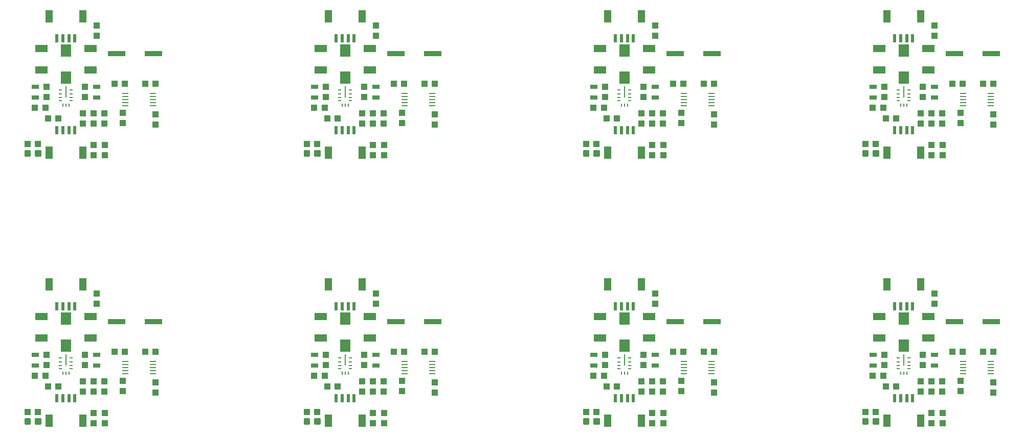
<source format=gtp>
G04 EAGLE Gerber RS-274X export*
G75*
%MOMM*%
%FSLAX34Y34*%
%LPD*%
%INSolderpaste Top*%
%IPPOS*%
%AMOC8*
5,1,8,0,0,1.08239X$1,22.5*%
G01*
%ADD10R,1.200000X2.000000*%
%ADD11R,0.600000X1.350000*%
%ADD12R,1.100000X0.250000*%
%ADD13R,1.100000X1.000000*%
%ADD14R,1.000000X1.100000*%
%ADD15C,0.300000*%
%ADD16R,1.800000X2.000000*%
%ADD17R,0.600000X0.250000*%
%ADD18R,0.250000X0.600000*%
%ADD19R,0.250000X1.824000*%
%ADD20R,2.060000X1.270000*%
%ADD21R,1.200000X0.800000*%
%ADD22R,2.900000X0.900000*%


D10*
X99000Y-49450D03*
X155000Y-49450D03*
D11*
X112000Y-12700D03*
X122000Y-12700D03*
X132000Y-12700D03*
X142000Y-12700D03*
D12*
X225060Y33275D03*
X225060Y38275D03*
X225060Y43275D03*
X225060Y48275D03*
X225060Y28225D03*
X271310Y33275D03*
X271310Y38275D03*
X271310Y43275D03*
X271310Y48275D03*
X271310Y28225D03*
D10*
X155000Y176450D03*
X99000Y176450D03*
D11*
X142000Y139700D03*
X132000Y139700D03*
X122000Y139700D03*
X112000Y139700D03*
D13*
X224400Y64770D03*
X207400Y64770D03*
X258200Y64770D03*
X275200Y64770D03*
D14*
X172720Y-36585D03*
X172720Y-53585D03*
X191770Y-36585D03*
X191770Y-53585D03*
X221615Y16120D03*
X221615Y-880D03*
X275590Y13580D03*
X275590Y-3420D03*
D13*
X80890Y-35560D03*
X63890Y-35560D03*
D15*
X77660Y-47300D02*
X77660Y-54300D01*
X77660Y-47300D02*
X84660Y-47300D01*
X84660Y-54300D01*
X77660Y-54300D01*
X77660Y-51450D02*
X84660Y-51450D01*
X84660Y-48600D02*
X77660Y-48600D01*
X60120Y-47300D02*
X60120Y-54300D01*
X60120Y-47300D02*
X67120Y-47300D01*
X67120Y-54300D01*
X60120Y-54300D01*
X60120Y-51450D02*
X67120Y-51450D01*
X67120Y-48600D02*
X60120Y-48600D01*
D16*
X127000Y74655D03*
X127000Y119655D03*
D13*
X92955Y24765D03*
X75955Y24765D03*
D17*
X118000Y54430D03*
X136000Y54430D03*
X136000Y47930D03*
X118000Y47930D03*
X118000Y41430D03*
X118000Y36430D03*
X136000Y41430D03*
X136000Y36430D03*
D18*
X132000Y29180D03*
X127000Y29180D03*
X122000Y29180D03*
D19*
X127000Y51060D03*
D20*
X167640Y122960D03*
X167640Y87860D03*
X86360Y122960D03*
X86360Y87860D03*
D14*
X177800Y143900D03*
X177800Y160900D03*
X154940Y15485D03*
X154940Y-1515D03*
X173355Y-1515D03*
X173355Y15485D03*
X190500Y15485D03*
X190500Y-1515D03*
D13*
X114545Y6985D03*
X97545Y6985D03*
D21*
X177800Y41800D03*
X177800Y59800D03*
X76200Y41800D03*
X76200Y59800D03*
D14*
X158750Y42300D03*
X158750Y59300D03*
X95250Y42300D03*
X95250Y59300D03*
D22*
X210780Y114300D03*
X271780Y114300D03*
D10*
X561280Y-49450D03*
X617280Y-49450D03*
D11*
X574280Y-12700D03*
X584280Y-12700D03*
X594280Y-12700D03*
X604280Y-12700D03*
D12*
X687340Y33275D03*
X687340Y38275D03*
X687340Y43275D03*
X687340Y48275D03*
X687340Y28225D03*
X733590Y33275D03*
X733590Y38275D03*
X733590Y43275D03*
X733590Y48275D03*
X733590Y28225D03*
D10*
X617280Y176450D03*
X561280Y176450D03*
D11*
X604280Y139700D03*
X594280Y139700D03*
X584280Y139700D03*
X574280Y139700D03*
D13*
X686680Y64770D03*
X669680Y64770D03*
X720480Y64770D03*
X737480Y64770D03*
D14*
X635000Y-36585D03*
X635000Y-53585D03*
X654050Y-36585D03*
X654050Y-53585D03*
X683895Y16120D03*
X683895Y-880D03*
X737870Y13580D03*
X737870Y-3420D03*
D13*
X543170Y-35560D03*
X526170Y-35560D03*
D15*
X539940Y-47300D02*
X539940Y-54300D01*
X539940Y-47300D02*
X546940Y-47300D01*
X546940Y-54300D01*
X539940Y-54300D01*
X539940Y-51450D02*
X546940Y-51450D01*
X546940Y-48600D02*
X539940Y-48600D01*
X522400Y-47300D02*
X522400Y-54300D01*
X522400Y-47300D02*
X529400Y-47300D01*
X529400Y-54300D01*
X522400Y-54300D01*
X522400Y-51450D02*
X529400Y-51450D01*
X529400Y-48600D02*
X522400Y-48600D01*
D16*
X589280Y74655D03*
X589280Y119655D03*
D13*
X555235Y24765D03*
X538235Y24765D03*
D17*
X580280Y54430D03*
X598280Y54430D03*
X598280Y47930D03*
X580280Y47930D03*
X580280Y41430D03*
X580280Y36430D03*
X598280Y41430D03*
X598280Y36430D03*
D18*
X594280Y29180D03*
X589280Y29180D03*
X584280Y29180D03*
D19*
X589280Y51060D03*
D20*
X629920Y122960D03*
X629920Y87860D03*
X548640Y122960D03*
X548640Y87860D03*
D14*
X640080Y143900D03*
X640080Y160900D03*
X617220Y15485D03*
X617220Y-1515D03*
X635635Y-1515D03*
X635635Y15485D03*
X652780Y15485D03*
X652780Y-1515D03*
D13*
X576825Y6985D03*
X559825Y6985D03*
D21*
X640080Y41800D03*
X640080Y59800D03*
X538480Y41800D03*
X538480Y59800D03*
D14*
X621030Y42300D03*
X621030Y59300D03*
X557530Y42300D03*
X557530Y59300D03*
D22*
X673060Y114300D03*
X734060Y114300D03*
D10*
X1023560Y-49450D03*
X1079560Y-49450D03*
D11*
X1036560Y-12700D03*
X1046560Y-12700D03*
X1056560Y-12700D03*
X1066560Y-12700D03*
D12*
X1149620Y33275D03*
X1149620Y38275D03*
X1149620Y43275D03*
X1149620Y48275D03*
X1149620Y28225D03*
X1195870Y33275D03*
X1195870Y38275D03*
X1195870Y43275D03*
X1195870Y48275D03*
X1195870Y28225D03*
D10*
X1079560Y176450D03*
X1023560Y176450D03*
D11*
X1066560Y139700D03*
X1056560Y139700D03*
X1046560Y139700D03*
X1036560Y139700D03*
D13*
X1148960Y64770D03*
X1131960Y64770D03*
X1182760Y64770D03*
X1199760Y64770D03*
D14*
X1097280Y-36585D03*
X1097280Y-53585D03*
X1116330Y-36585D03*
X1116330Y-53585D03*
X1146175Y16120D03*
X1146175Y-880D03*
X1200150Y13580D03*
X1200150Y-3420D03*
D13*
X1005450Y-35560D03*
X988450Y-35560D03*
D15*
X1002220Y-47300D02*
X1002220Y-54300D01*
X1002220Y-47300D02*
X1009220Y-47300D01*
X1009220Y-54300D01*
X1002220Y-54300D01*
X1002220Y-51450D02*
X1009220Y-51450D01*
X1009220Y-48600D02*
X1002220Y-48600D01*
X984680Y-47300D02*
X984680Y-54300D01*
X984680Y-47300D02*
X991680Y-47300D01*
X991680Y-54300D01*
X984680Y-54300D01*
X984680Y-51450D02*
X991680Y-51450D01*
X991680Y-48600D02*
X984680Y-48600D01*
D16*
X1051560Y74655D03*
X1051560Y119655D03*
D13*
X1017515Y24765D03*
X1000515Y24765D03*
D17*
X1042560Y54430D03*
X1060560Y54430D03*
X1060560Y47930D03*
X1042560Y47930D03*
X1042560Y41430D03*
X1042560Y36430D03*
X1060560Y41430D03*
X1060560Y36430D03*
D18*
X1056560Y29180D03*
X1051560Y29180D03*
X1046560Y29180D03*
D19*
X1051560Y51060D03*
D20*
X1092200Y122960D03*
X1092200Y87860D03*
X1010920Y122960D03*
X1010920Y87860D03*
D14*
X1102360Y143900D03*
X1102360Y160900D03*
X1079500Y15485D03*
X1079500Y-1515D03*
X1097915Y-1515D03*
X1097915Y15485D03*
X1115060Y15485D03*
X1115060Y-1515D03*
D13*
X1039105Y6985D03*
X1022105Y6985D03*
D21*
X1102360Y41800D03*
X1102360Y59800D03*
X1000760Y41800D03*
X1000760Y59800D03*
D14*
X1083310Y42300D03*
X1083310Y59300D03*
X1019810Y42300D03*
X1019810Y59300D03*
D22*
X1135340Y114300D03*
X1196340Y114300D03*
D10*
X1485840Y-49450D03*
X1541840Y-49450D03*
D11*
X1498840Y-12700D03*
X1508840Y-12700D03*
X1518840Y-12700D03*
X1528840Y-12700D03*
D12*
X1611900Y33275D03*
X1611900Y38275D03*
X1611900Y43275D03*
X1611900Y48275D03*
X1611900Y28225D03*
X1658150Y33275D03*
X1658150Y38275D03*
X1658150Y43275D03*
X1658150Y48275D03*
X1658150Y28225D03*
D10*
X1541840Y176450D03*
X1485840Y176450D03*
D11*
X1528840Y139700D03*
X1518840Y139700D03*
X1508840Y139700D03*
X1498840Y139700D03*
D13*
X1611240Y64770D03*
X1594240Y64770D03*
X1645040Y64770D03*
X1662040Y64770D03*
D14*
X1559560Y-36585D03*
X1559560Y-53585D03*
X1578610Y-36585D03*
X1578610Y-53585D03*
X1608455Y16120D03*
X1608455Y-880D03*
X1662430Y13580D03*
X1662430Y-3420D03*
D13*
X1467730Y-35560D03*
X1450730Y-35560D03*
D15*
X1464500Y-47300D02*
X1464500Y-54300D01*
X1464500Y-47300D02*
X1471500Y-47300D01*
X1471500Y-54300D01*
X1464500Y-54300D01*
X1464500Y-51450D02*
X1471500Y-51450D01*
X1471500Y-48600D02*
X1464500Y-48600D01*
X1446960Y-47300D02*
X1446960Y-54300D01*
X1446960Y-47300D02*
X1453960Y-47300D01*
X1453960Y-54300D01*
X1446960Y-54300D01*
X1446960Y-51450D02*
X1453960Y-51450D01*
X1453960Y-48600D02*
X1446960Y-48600D01*
D16*
X1513840Y74655D03*
X1513840Y119655D03*
D13*
X1479795Y24765D03*
X1462795Y24765D03*
D17*
X1504840Y54430D03*
X1522840Y54430D03*
X1522840Y47930D03*
X1504840Y47930D03*
X1504840Y41430D03*
X1504840Y36430D03*
X1522840Y41430D03*
X1522840Y36430D03*
D18*
X1518840Y29180D03*
X1513840Y29180D03*
X1508840Y29180D03*
D19*
X1513840Y51060D03*
D20*
X1554480Y122960D03*
X1554480Y87860D03*
X1473200Y122960D03*
X1473200Y87860D03*
D14*
X1564640Y143900D03*
X1564640Y160900D03*
X1541780Y15485D03*
X1541780Y-1515D03*
X1560195Y-1515D03*
X1560195Y15485D03*
X1577340Y15485D03*
X1577340Y-1515D03*
D13*
X1501385Y6985D03*
X1484385Y6985D03*
D21*
X1564640Y41800D03*
X1564640Y59800D03*
X1463040Y41800D03*
X1463040Y59800D03*
D14*
X1545590Y42300D03*
X1545590Y59300D03*
X1482090Y42300D03*
X1482090Y59300D03*
D22*
X1597620Y114300D03*
X1658620Y114300D03*
D10*
X99000Y395050D03*
X155000Y395050D03*
D11*
X112000Y431800D03*
X122000Y431800D03*
X132000Y431800D03*
X142000Y431800D03*
D12*
X225060Y477775D03*
X225060Y482775D03*
X225060Y487775D03*
X225060Y492775D03*
X225060Y472725D03*
X271310Y477775D03*
X271310Y482775D03*
X271310Y487775D03*
X271310Y492775D03*
X271310Y472725D03*
D10*
X155000Y620950D03*
X99000Y620950D03*
D11*
X142000Y584200D03*
X132000Y584200D03*
X122000Y584200D03*
X112000Y584200D03*
D13*
X224400Y509270D03*
X207400Y509270D03*
X258200Y509270D03*
X275200Y509270D03*
D14*
X172720Y407915D03*
X172720Y390915D03*
X191770Y407915D03*
X191770Y390915D03*
X221615Y460620D03*
X221615Y443620D03*
X275590Y458080D03*
X275590Y441080D03*
D13*
X80890Y408940D03*
X63890Y408940D03*
D15*
X77660Y397200D02*
X77660Y390200D01*
X77660Y397200D02*
X84660Y397200D01*
X84660Y390200D01*
X77660Y390200D01*
X77660Y393050D02*
X84660Y393050D01*
X84660Y395900D02*
X77660Y395900D01*
X60120Y397200D02*
X60120Y390200D01*
X60120Y397200D02*
X67120Y397200D01*
X67120Y390200D01*
X60120Y390200D01*
X60120Y393050D02*
X67120Y393050D01*
X67120Y395900D02*
X60120Y395900D01*
D16*
X127000Y519155D03*
X127000Y564155D03*
D13*
X92955Y469265D03*
X75955Y469265D03*
D17*
X118000Y498930D03*
X136000Y498930D03*
X136000Y492430D03*
X118000Y492430D03*
X118000Y485930D03*
X118000Y480930D03*
X136000Y485930D03*
X136000Y480930D03*
D18*
X132000Y473680D03*
X127000Y473680D03*
X122000Y473680D03*
D19*
X127000Y495560D03*
D20*
X167640Y567460D03*
X167640Y532360D03*
X86360Y567460D03*
X86360Y532360D03*
D14*
X177800Y588400D03*
X177800Y605400D03*
X154940Y459985D03*
X154940Y442985D03*
X173355Y442985D03*
X173355Y459985D03*
X190500Y459985D03*
X190500Y442985D03*
D13*
X114545Y451485D03*
X97545Y451485D03*
D21*
X177800Y486300D03*
X177800Y504300D03*
X76200Y486300D03*
X76200Y504300D03*
D14*
X158750Y486800D03*
X158750Y503800D03*
X95250Y486800D03*
X95250Y503800D03*
D22*
X210780Y558800D03*
X271780Y558800D03*
D10*
X561280Y395050D03*
X617280Y395050D03*
D11*
X574280Y431800D03*
X584280Y431800D03*
X594280Y431800D03*
X604280Y431800D03*
D12*
X687340Y477775D03*
X687340Y482775D03*
X687340Y487775D03*
X687340Y492775D03*
X687340Y472725D03*
X733590Y477775D03*
X733590Y482775D03*
X733590Y487775D03*
X733590Y492775D03*
X733590Y472725D03*
D10*
X617280Y620950D03*
X561280Y620950D03*
D11*
X604280Y584200D03*
X594280Y584200D03*
X584280Y584200D03*
X574280Y584200D03*
D13*
X686680Y509270D03*
X669680Y509270D03*
X720480Y509270D03*
X737480Y509270D03*
D14*
X635000Y407915D03*
X635000Y390915D03*
X654050Y407915D03*
X654050Y390915D03*
X683895Y460620D03*
X683895Y443620D03*
X737870Y458080D03*
X737870Y441080D03*
D13*
X543170Y408940D03*
X526170Y408940D03*
D15*
X539940Y397200D02*
X539940Y390200D01*
X539940Y397200D02*
X546940Y397200D01*
X546940Y390200D01*
X539940Y390200D01*
X539940Y393050D02*
X546940Y393050D01*
X546940Y395900D02*
X539940Y395900D01*
X522400Y397200D02*
X522400Y390200D01*
X522400Y397200D02*
X529400Y397200D01*
X529400Y390200D01*
X522400Y390200D01*
X522400Y393050D02*
X529400Y393050D01*
X529400Y395900D02*
X522400Y395900D01*
D16*
X589280Y519155D03*
X589280Y564155D03*
D13*
X555235Y469265D03*
X538235Y469265D03*
D17*
X580280Y498930D03*
X598280Y498930D03*
X598280Y492430D03*
X580280Y492430D03*
X580280Y485930D03*
X580280Y480930D03*
X598280Y485930D03*
X598280Y480930D03*
D18*
X594280Y473680D03*
X589280Y473680D03*
X584280Y473680D03*
D19*
X589280Y495560D03*
D20*
X629920Y567460D03*
X629920Y532360D03*
X548640Y567460D03*
X548640Y532360D03*
D14*
X640080Y588400D03*
X640080Y605400D03*
X617220Y459985D03*
X617220Y442985D03*
X635635Y442985D03*
X635635Y459985D03*
X652780Y459985D03*
X652780Y442985D03*
D13*
X576825Y451485D03*
X559825Y451485D03*
D21*
X640080Y486300D03*
X640080Y504300D03*
X538480Y486300D03*
X538480Y504300D03*
D14*
X621030Y486800D03*
X621030Y503800D03*
X557530Y486800D03*
X557530Y503800D03*
D22*
X673060Y558800D03*
X734060Y558800D03*
D10*
X1023560Y395050D03*
X1079560Y395050D03*
D11*
X1036560Y431800D03*
X1046560Y431800D03*
X1056560Y431800D03*
X1066560Y431800D03*
D12*
X1149620Y477775D03*
X1149620Y482775D03*
X1149620Y487775D03*
X1149620Y492775D03*
X1149620Y472725D03*
X1195870Y477775D03*
X1195870Y482775D03*
X1195870Y487775D03*
X1195870Y492775D03*
X1195870Y472725D03*
D10*
X1079560Y620950D03*
X1023560Y620950D03*
D11*
X1066560Y584200D03*
X1056560Y584200D03*
X1046560Y584200D03*
X1036560Y584200D03*
D13*
X1148960Y509270D03*
X1131960Y509270D03*
X1182760Y509270D03*
X1199760Y509270D03*
D14*
X1097280Y407915D03*
X1097280Y390915D03*
X1116330Y407915D03*
X1116330Y390915D03*
X1146175Y460620D03*
X1146175Y443620D03*
X1200150Y458080D03*
X1200150Y441080D03*
D13*
X1005450Y408940D03*
X988450Y408940D03*
D15*
X1002220Y397200D02*
X1002220Y390200D01*
X1002220Y397200D02*
X1009220Y397200D01*
X1009220Y390200D01*
X1002220Y390200D01*
X1002220Y393050D02*
X1009220Y393050D01*
X1009220Y395900D02*
X1002220Y395900D01*
X984680Y397200D02*
X984680Y390200D01*
X984680Y397200D02*
X991680Y397200D01*
X991680Y390200D01*
X984680Y390200D01*
X984680Y393050D02*
X991680Y393050D01*
X991680Y395900D02*
X984680Y395900D01*
D16*
X1051560Y519155D03*
X1051560Y564155D03*
D13*
X1017515Y469265D03*
X1000515Y469265D03*
D17*
X1042560Y498930D03*
X1060560Y498930D03*
X1060560Y492430D03*
X1042560Y492430D03*
X1042560Y485930D03*
X1042560Y480930D03*
X1060560Y485930D03*
X1060560Y480930D03*
D18*
X1056560Y473680D03*
X1051560Y473680D03*
X1046560Y473680D03*
D19*
X1051560Y495560D03*
D20*
X1092200Y567460D03*
X1092200Y532360D03*
X1010920Y567460D03*
X1010920Y532360D03*
D14*
X1102360Y588400D03*
X1102360Y605400D03*
X1079500Y459985D03*
X1079500Y442985D03*
X1097915Y442985D03*
X1097915Y459985D03*
X1115060Y459985D03*
X1115060Y442985D03*
D13*
X1039105Y451485D03*
X1022105Y451485D03*
D21*
X1102360Y486300D03*
X1102360Y504300D03*
X1000760Y486300D03*
X1000760Y504300D03*
D14*
X1083310Y486800D03*
X1083310Y503800D03*
X1019810Y486800D03*
X1019810Y503800D03*
D22*
X1135340Y558800D03*
X1196340Y558800D03*
D10*
X1485840Y395050D03*
X1541840Y395050D03*
D11*
X1498840Y431800D03*
X1508840Y431800D03*
X1518840Y431800D03*
X1528840Y431800D03*
D12*
X1611900Y477775D03*
X1611900Y482775D03*
X1611900Y487775D03*
X1611900Y492775D03*
X1611900Y472725D03*
X1658150Y477775D03*
X1658150Y482775D03*
X1658150Y487775D03*
X1658150Y492775D03*
X1658150Y472725D03*
D10*
X1541840Y620950D03*
X1485840Y620950D03*
D11*
X1528840Y584200D03*
X1518840Y584200D03*
X1508840Y584200D03*
X1498840Y584200D03*
D13*
X1611240Y509270D03*
X1594240Y509270D03*
X1645040Y509270D03*
X1662040Y509270D03*
D14*
X1559560Y407915D03*
X1559560Y390915D03*
X1578610Y407915D03*
X1578610Y390915D03*
X1608455Y460620D03*
X1608455Y443620D03*
X1662430Y458080D03*
X1662430Y441080D03*
D13*
X1467730Y408940D03*
X1450730Y408940D03*
D15*
X1464500Y397200D02*
X1464500Y390200D01*
X1464500Y397200D02*
X1471500Y397200D01*
X1471500Y390200D01*
X1464500Y390200D01*
X1464500Y393050D02*
X1471500Y393050D01*
X1471500Y395900D02*
X1464500Y395900D01*
X1446960Y397200D02*
X1446960Y390200D01*
X1446960Y397200D02*
X1453960Y397200D01*
X1453960Y390200D01*
X1446960Y390200D01*
X1446960Y393050D02*
X1453960Y393050D01*
X1453960Y395900D02*
X1446960Y395900D01*
D16*
X1513840Y519155D03*
X1513840Y564155D03*
D13*
X1479795Y469265D03*
X1462795Y469265D03*
D17*
X1504840Y498930D03*
X1522840Y498930D03*
X1522840Y492430D03*
X1504840Y492430D03*
X1504840Y485930D03*
X1504840Y480930D03*
X1522840Y485930D03*
X1522840Y480930D03*
D18*
X1518840Y473680D03*
X1513840Y473680D03*
X1508840Y473680D03*
D19*
X1513840Y495560D03*
D20*
X1554480Y567460D03*
X1554480Y532360D03*
X1473200Y567460D03*
X1473200Y532360D03*
D14*
X1564640Y588400D03*
X1564640Y605400D03*
X1541780Y459985D03*
X1541780Y442985D03*
X1560195Y442985D03*
X1560195Y459985D03*
X1577340Y459985D03*
X1577340Y442985D03*
D13*
X1501385Y451485D03*
X1484385Y451485D03*
D21*
X1564640Y486300D03*
X1564640Y504300D03*
X1463040Y486300D03*
X1463040Y504300D03*
D14*
X1545590Y486800D03*
X1545590Y503800D03*
X1482090Y486800D03*
X1482090Y503800D03*
D22*
X1597620Y558800D03*
X1658620Y558800D03*
M02*

</source>
